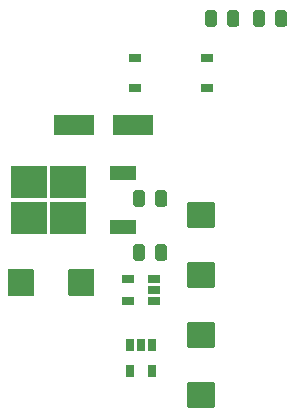
<source format=gbr>
G04 #@! TF.GenerationSoftware,KiCad,Pcbnew,5.1.5*
G04 #@! TF.CreationDate,2020-02-16T17:08:25+01:00*
G04 #@! TF.ProjectId,feuchtraumabzweigdose,66657563-6874-4726-9175-6d61627a7765,rev?*
G04 #@! TF.SameCoordinates,Original*
G04 #@! TF.FileFunction,Paste,Bot*
G04 #@! TF.FilePolarity,Positive*
%FSLAX46Y46*%
G04 Gerber Fmt 4.6, Leading zero omitted, Abs format (unit mm)*
G04 Created by KiCad (PCBNEW 5.1.5) date 2020-02-16 17:08:25*
%MOMM*%
%LPD*%
G04 APERTURE LIST*
%ADD10R,0.650000X1.060000*%
%ADD11C,0.100000*%
%ADD12R,3.500000X1.800000*%
%ADD13R,2.200000X1.200000*%
%ADD14R,3.050000X2.750000*%
%ADD15R,1.060000X0.650000*%
%ADD16R,1.000000X0.800000*%
G04 APERTURE END LIST*
D10*
X160340000Y-101770000D03*
X161290000Y-101770000D03*
X162240000Y-101770000D03*
X162240000Y-103970000D03*
X160340000Y-103970000D03*
D11*
G36*
X167319505Y-99831204D02*
G01*
X167343773Y-99834804D01*
X167367572Y-99840765D01*
X167390671Y-99849030D01*
X167412850Y-99859520D01*
X167433893Y-99872132D01*
X167453599Y-99886747D01*
X167471777Y-99903223D01*
X167488253Y-99921401D01*
X167502868Y-99941107D01*
X167515480Y-99962150D01*
X167525970Y-99984329D01*
X167534235Y-100007428D01*
X167540196Y-100031227D01*
X167543796Y-100055495D01*
X167545000Y-100079999D01*
X167545000Y-101830001D01*
X167543796Y-101854505D01*
X167540196Y-101878773D01*
X167534235Y-101902572D01*
X167525970Y-101925671D01*
X167515480Y-101947850D01*
X167502868Y-101968893D01*
X167488253Y-101988599D01*
X167471777Y-102006777D01*
X167453599Y-102023253D01*
X167433893Y-102037868D01*
X167412850Y-102050480D01*
X167390671Y-102060970D01*
X167367572Y-102069235D01*
X167343773Y-102075196D01*
X167319505Y-102078796D01*
X167295001Y-102080000D01*
X165444999Y-102080000D01*
X165420495Y-102078796D01*
X165396227Y-102075196D01*
X165372428Y-102069235D01*
X165349329Y-102060970D01*
X165327150Y-102050480D01*
X165306107Y-102037868D01*
X165286401Y-102023253D01*
X165268223Y-102006777D01*
X165251747Y-101988599D01*
X165237132Y-101968893D01*
X165224520Y-101947850D01*
X165214030Y-101925671D01*
X165205765Y-101902572D01*
X165199804Y-101878773D01*
X165196204Y-101854505D01*
X165195000Y-101830001D01*
X165195000Y-100079999D01*
X165196204Y-100055495D01*
X165199804Y-100031227D01*
X165205765Y-100007428D01*
X165214030Y-99984329D01*
X165224520Y-99962150D01*
X165237132Y-99941107D01*
X165251747Y-99921401D01*
X165268223Y-99903223D01*
X165286401Y-99886747D01*
X165306107Y-99872132D01*
X165327150Y-99859520D01*
X165349329Y-99849030D01*
X165372428Y-99840765D01*
X165396227Y-99834804D01*
X165420495Y-99831204D01*
X165444999Y-99830000D01*
X167295001Y-99830000D01*
X167319505Y-99831204D01*
G37*
G36*
X167319505Y-104931204D02*
G01*
X167343773Y-104934804D01*
X167367572Y-104940765D01*
X167390671Y-104949030D01*
X167412850Y-104959520D01*
X167433893Y-104972132D01*
X167453599Y-104986747D01*
X167471777Y-105003223D01*
X167488253Y-105021401D01*
X167502868Y-105041107D01*
X167515480Y-105062150D01*
X167525970Y-105084329D01*
X167534235Y-105107428D01*
X167540196Y-105131227D01*
X167543796Y-105155495D01*
X167545000Y-105179999D01*
X167545000Y-106930001D01*
X167543796Y-106954505D01*
X167540196Y-106978773D01*
X167534235Y-107002572D01*
X167525970Y-107025671D01*
X167515480Y-107047850D01*
X167502868Y-107068893D01*
X167488253Y-107088599D01*
X167471777Y-107106777D01*
X167453599Y-107123253D01*
X167433893Y-107137868D01*
X167412850Y-107150480D01*
X167390671Y-107160970D01*
X167367572Y-107169235D01*
X167343773Y-107175196D01*
X167319505Y-107178796D01*
X167295001Y-107180000D01*
X165444999Y-107180000D01*
X165420495Y-107178796D01*
X165396227Y-107175196D01*
X165372428Y-107169235D01*
X165349329Y-107160970D01*
X165327150Y-107150480D01*
X165306107Y-107137868D01*
X165286401Y-107123253D01*
X165268223Y-107106777D01*
X165251747Y-107088599D01*
X165237132Y-107068893D01*
X165224520Y-107047850D01*
X165214030Y-107025671D01*
X165205765Y-107002572D01*
X165199804Y-106978773D01*
X165196204Y-106954505D01*
X165195000Y-106930001D01*
X165195000Y-105179999D01*
X165196204Y-105155495D01*
X165199804Y-105131227D01*
X165205765Y-105107428D01*
X165214030Y-105084329D01*
X165224520Y-105062150D01*
X165237132Y-105041107D01*
X165251747Y-105021401D01*
X165268223Y-105003223D01*
X165286401Y-104986747D01*
X165306107Y-104972132D01*
X165327150Y-104959520D01*
X165349329Y-104949030D01*
X165372428Y-104940765D01*
X165396227Y-104934804D01*
X165420495Y-104931204D01*
X165444999Y-104930000D01*
X167295001Y-104930000D01*
X167319505Y-104931204D01*
G37*
G36*
X161382142Y-88709174D02*
G01*
X161405803Y-88712684D01*
X161429007Y-88718496D01*
X161451529Y-88726554D01*
X161473153Y-88736782D01*
X161493670Y-88749079D01*
X161512883Y-88763329D01*
X161530607Y-88779393D01*
X161546671Y-88797117D01*
X161560921Y-88816330D01*
X161573218Y-88836847D01*
X161583446Y-88858471D01*
X161591504Y-88880993D01*
X161597316Y-88904197D01*
X161600826Y-88927858D01*
X161602000Y-88951750D01*
X161602000Y-89864250D01*
X161600826Y-89888142D01*
X161597316Y-89911803D01*
X161591504Y-89935007D01*
X161583446Y-89957529D01*
X161573218Y-89979153D01*
X161560921Y-89999670D01*
X161546671Y-90018883D01*
X161530607Y-90036607D01*
X161512883Y-90052671D01*
X161493670Y-90066921D01*
X161473153Y-90079218D01*
X161451529Y-90089446D01*
X161429007Y-90097504D01*
X161405803Y-90103316D01*
X161382142Y-90106826D01*
X161358250Y-90108000D01*
X160870750Y-90108000D01*
X160846858Y-90106826D01*
X160823197Y-90103316D01*
X160799993Y-90097504D01*
X160777471Y-90089446D01*
X160755847Y-90079218D01*
X160735330Y-90066921D01*
X160716117Y-90052671D01*
X160698393Y-90036607D01*
X160682329Y-90018883D01*
X160668079Y-89999670D01*
X160655782Y-89979153D01*
X160645554Y-89957529D01*
X160637496Y-89935007D01*
X160631684Y-89911803D01*
X160628174Y-89888142D01*
X160627000Y-89864250D01*
X160627000Y-88951750D01*
X160628174Y-88927858D01*
X160631684Y-88904197D01*
X160637496Y-88880993D01*
X160645554Y-88858471D01*
X160655782Y-88836847D01*
X160668079Y-88816330D01*
X160682329Y-88797117D01*
X160698393Y-88779393D01*
X160716117Y-88763329D01*
X160735330Y-88749079D01*
X160755847Y-88736782D01*
X160777471Y-88726554D01*
X160799993Y-88718496D01*
X160823197Y-88712684D01*
X160846858Y-88709174D01*
X160870750Y-88708000D01*
X161358250Y-88708000D01*
X161382142Y-88709174D01*
G37*
G36*
X163257142Y-88709174D02*
G01*
X163280803Y-88712684D01*
X163304007Y-88718496D01*
X163326529Y-88726554D01*
X163348153Y-88736782D01*
X163368670Y-88749079D01*
X163387883Y-88763329D01*
X163405607Y-88779393D01*
X163421671Y-88797117D01*
X163435921Y-88816330D01*
X163448218Y-88836847D01*
X163458446Y-88858471D01*
X163466504Y-88880993D01*
X163472316Y-88904197D01*
X163475826Y-88927858D01*
X163477000Y-88951750D01*
X163477000Y-89864250D01*
X163475826Y-89888142D01*
X163472316Y-89911803D01*
X163466504Y-89935007D01*
X163458446Y-89957529D01*
X163448218Y-89979153D01*
X163435921Y-89999670D01*
X163421671Y-90018883D01*
X163405607Y-90036607D01*
X163387883Y-90052671D01*
X163368670Y-90066921D01*
X163348153Y-90079218D01*
X163326529Y-90089446D01*
X163304007Y-90097504D01*
X163280803Y-90103316D01*
X163257142Y-90106826D01*
X163233250Y-90108000D01*
X162745750Y-90108000D01*
X162721858Y-90106826D01*
X162698197Y-90103316D01*
X162674993Y-90097504D01*
X162652471Y-90089446D01*
X162630847Y-90079218D01*
X162610330Y-90066921D01*
X162591117Y-90052671D01*
X162573393Y-90036607D01*
X162557329Y-90018883D01*
X162543079Y-89999670D01*
X162530782Y-89979153D01*
X162520554Y-89957529D01*
X162512496Y-89935007D01*
X162506684Y-89911803D01*
X162503174Y-89888142D01*
X162502000Y-89864250D01*
X162502000Y-88951750D01*
X162503174Y-88927858D01*
X162506684Y-88904197D01*
X162512496Y-88880993D01*
X162520554Y-88858471D01*
X162530782Y-88836847D01*
X162543079Y-88816330D01*
X162557329Y-88797117D01*
X162573393Y-88779393D01*
X162591117Y-88763329D01*
X162610330Y-88749079D01*
X162630847Y-88736782D01*
X162652471Y-88726554D01*
X162674993Y-88718496D01*
X162698197Y-88712684D01*
X162721858Y-88709174D01*
X162745750Y-88708000D01*
X163233250Y-88708000D01*
X163257142Y-88709174D01*
G37*
D12*
X160615000Y-83185000D03*
X155615000Y-83185000D03*
D11*
G36*
X167319505Y-89671204D02*
G01*
X167343773Y-89674804D01*
X167367572Y-89680765D01*
X167390671Y-89689030D01*
X167412850Y-89699520D01*
X167433893Y-89712132D01*
X167453599Y-89726747D01*
X167471777Y-89743223D01*
X167488253Y-89761401D01*
X167502868Y-89781107D01*
X167515480Y-89802150D01*
X167525970Y-89824329D01*
X167534235Y-89847428D01*
X167540196Y-89871227D01*
X167543796Y-89895495D01*
X167545000Y-89919999D01*
X167545000Y-91670001D01*
X167543796Y-91694505D01*
X167540196Y-91718773D01*
X167534235Y-91742572D01*
X167525970Y-91765671D01*
X167515480Y-91787850D01*
X167502868Y-91808893D01*
X167488253Y-91828599D01*
X167471777Y-91846777D01*
X167453599Y-91863253D01*
X167433893Y-91877868D01*
X167412850Y-91890480D01*
X167390671Y-91900970D01*
X167367572Y-91909235D01*
X167343773Y-91915196D01*
X167319505Y-91918796D01*
X167295001Y-91920000D01*
X165444999Y-91920000D01*
X165420495Y-91918796D01*
X165396227Y-91915196D01*
X165372428Y-91909235D01*
X165349329Y-91900970D01*
X165327150Y-91890480D01*
X165306107Y-91877868D01*
X165286401Y-91863253D01*
X165268223Y-91846777D01*
X165251747Y-91828599D01*
X165237132Y-91808893D01*
X165224520Y-91787850D01*
X165214030Y-91765671D01*
X165205765Y-91742572D01*
X165199804Y-91718773D01*
X165196204Y-91694505D01*
X165195000Y-91670001D01*
X165195000Y-89919999D01*
X165196204Y-89895495D01*
X165199804Y-89871227D01*
X165205765Y-89847428D01*
X165214030Y-89824329D01*
X165224520Y-89802150D01*
X165237132Y-89781107D01*
X165251747Y-89761401D01*
X165268223Y-89743223D01*
X165286401Y-89726747D01*
X165306107Y-89712132D01*
X165327150Y-89699520D01*
X165349329Y-89689030D01*
X165372428Y-89680765D01*
X165396227Y-89674804D01*
X165420495Y-89671204D01*
X165444999Y-89670000D01*
X167295001Y-89670000D01*
X167319505Y-89671204D01*
G37*
G36*
X167319505Y-94771204D02*
G01*
X167343773Y-94774804D01*
X167367572Y-94780765D01*
X167390671Y-94789030D01*
X167412850Y-94799520D01*
X167433893Y-94812132D01*
X167453599Y-94826747D01*
X167471777Y-94843223D01*
X167488253Y-94861401D01*
X167502868Y-94881107D01*
X167515480Y-94902150D01*
X167525970Y-94924329D01*
X167534235Y-94947428D01*
X167540196Y-94971227D01*
X167543796Y-94995495D01*
X167545000Y-95019999D01*
X167545000Y-96770001D01*
X167543796Y-96794505D01*
X167540196Y-96818773D01*
X167534235Y-96842572D01*
X167525970Y-96865671D01*
X167515480Y-96887850D01*
X167502868Y-96908893D01*
X167488253Y-96928599D01*
X167471777Y-96946777D01*
X167453599Y-96963253D01*
X167433893Y-96977868D01*
X167412850Y-96990480D01*
X167390671Y-97000970D01*
X167367572Y-97009235D01*
X167343773Y-97015196D01*
X167319505Y-97018796D01*
X167295001Y-97020000D01*
X165444999Y-97020000D01*
X165420495Y-97018796D01*
X165396227Y-97015196D01*
X165372428Y-97009235D01*
X165349329Y-97000970D01*
X165327150Y-96990480D01*
X165306107Y-96977868D01*
X165286401Y-96963253D01*
X165268223Y-96946777D01*
X165251747Y-96928599D01*
X165237132Y-96908893D01*
X165224520Y-96887850D01*
X165214030Y-96865671D01*
X165205765Y-96842572D01*
X165199804Y-96818773D01*
X165196204Y-96794505D01*
X165195000Y-96770001D01*
X165195000Y-95019999D01*
X165196204Y-94995495D01*
X165199804Y-94971227D01*
X165205765Y-94947428D01*
X165214030Y-94924329D01*
X165224520Y-94902150D01*
X165237132Y-94881107D01*
X165251747Y-94861401D01*
X165268223Y-94843223D01*
X165286401Y-94826747D01*
X165306107Y-94812132D01*
X165327150Y-94799520D01*
X165349329Y-94789030D01*
X165372428Y-94780765D01*
X165396227Y-94774804D01*
X165420495Y-94771204D01*
X165444999Y-94770000D01*
X167295001Y-94770000D01*
X167319505Y-94771204D01*
G37*
G36*
X152019505Y-95346204D02*
G01*
X152043773Y-95349804D01*
X152067572Y-95355765D01*
X152090671Y-95364030D01*
X152112850Y-95374520D01*
X152133893Y-95387132D01*
X152153599Y-95401747D01*
X152171777Y-95418223D01*
X152188253Y-95436401D01*
X152202868Y-95456107D01*
X152215480Y-95477150D01*
X152225970Y-95499329D01*
X152234235Y-95522428D01*
X152240196Y-95546227D01*
X152243796Y-95570495D01*
X152245000Y-95594999D01*
X152245000Y-97445001D01*
X152243796Y-97469505D01*
X152240196Y-97493773D01*
X152234235Y-97517572D01*
X152225970Y-97540671D01*
X152215480Y-97562850D01*
X152202868Y-97583893D01*
X152188253Y-97603599D01*
X152171777Y-97621777D01*
X152153599Y-97638253D01*
X152133893Y-97652868D01*
X152112850Y-97665480D01*
X152090671Y-97675970D01*
X152067572Y-97684235D01*
X152043773Y-97690196D01*
X152019505Y-97693796D01*
X151995001Y-97695000D01*
X150244999Y-97695000D01*
X150220495Y-97693796D01*
X150196227Y-97690196D01*
X150172428Y-97684235D01*
X150149329Y-97675970D01*
X150127150Y-97665480D01*
X150106107Y-97652868D01*
X150086401Y-97638253D01*
X150068223Y-97621777D01*
X150051747Y-97603599D01*
X150037132Y-97583893D01*
X150024520Y-97562850D01*
X150014030Y-97540671D01*
X150005765Y-97517572D01*
X149999804Y-97493773D01*
X149996204Y-97469505D01*
X149995000Y-97445001D01*
X149995000Y-95594999D01*
X149996204Y-95570495D01*
X149999804Y-95546227D01*
X150005765Y-95522428D01*
X150014030Y-95499329D01*
X150024520Y-95477150D01*
X150037132Y-95456107D01*
X150051747Y-95436401D01*
X150068223Y-95418223D01*
X150086401Y-95401747D01*
X150106107Y-95387132D01*
X150127150Y-95374520D01*
X150149329Y-95364030D01*
X150172428Y-95355765D01*
X150196227Y-95349804D01*
X150220495Y-95346204D01*
X150244999Y-95345000D01*
X151995001Y-95345000D01*
X152019505Y-95346204D01*
G37*
G36*
X157119505Y-95346204D02*
G01*
X157143773Y-95349804D01*
X157167572Y-95355765D01*
X157190671Y-95364030D01*
X157212850Y-95374520D01*
X157233893Y-95387132D01*
X157253599Y-95401747D01*
X157271777Y-95418223D01*
X157288253Y-95436401D01*
X157302868Y-95456107D01*
X157315480Y-95477150D01*
X157325970Y-95499329D01*
X157334235Y-95522428D01*
X157340196Y-95546227D01*
X157343796Y-95570495D01*
X157345000Y-95594999D01*
X157345000Y-97445001D01*
X157343796Y-97469505D01*
X157340196Y-97493773D01*
X157334235Y-97517572D01*
X157325970Y-97540671D01*
X157315480Y-97562850D01*
X157302868Y-97583893D01*
X157288253Y-97603599D01*
X157271777Y-97621777D01*
X157253599Y-97638253D01*
X157233893Y-97652868D01*
X157212850Y-97665480D01*
X157190671Y-97675970D01*
X157167572Y-97684235D01*
X157143773Y-97690196D01*
X157119505Y-97693796D01*
X157095001Y-97695000D01*
X155344999Y-97695000D01*
X155320495Y-97693796D01*
X155296227Y-97690196D01*
X155272428Y-97684235D01*
X155249329Y-97675970D01*
X155227150Y-97665480D01*
X155206107Y-97652868D01*
X155186401Y-97638253D01*
X155168223Y-97621777D01*
X155151747Y-97603599D01*
X155137132Y-97583893D01*
X155124520Y-97562850D01*
X155114030Y-97540671D01*
X155105765Y-97517572D01*
X155099804Y-97493773D01*
X155096204Y-97469505D01*
X155095000Y-97445001D01*
X155095000Y-95594999D01*
X155096204Y-95570495D01*
X155099804Y-95546227D01*
X155105765Y-95522428D01*
X155114030Y-95499329D01*
X155124520Y-95477150D01*
X155137132Y-95456107D01*
X155151747Y-95436401D01*
X155168223Y-95418223D01*
X155186401Y-95401747D01*
X155206107Y-95387132D01*
X155227150Y-95374520D01*
X155249329Y-95364030D01*
X155272428Y-95355765D01*
X155296227Y-95349804D01*
X155320495Y-95346204D01*
X155344999Y-95345000D01*
X157095001Y-95345000D01*
X157119505Y-95346204D01*
G37*
D13*
X159775000Y-87255000D03*
X159775000Y-91815000D03*
D14*
X151800000Y-91060000D03*
X155150000Y-88010000D03*
X151800000Y-88010000D03*
X155150000Y-91060000D03*
D11*
G36*
X167478142Y-73469174D02*
G01*
X167501803Y-73472684D01*
X167525007Y-73478496D01*
X167547529Y-73486554D01*
X167569153Y-73496782D01*
X167589670Y-73509079D01*
X167608883Y-73523329D01*
X167626607Y-73539393D01*
X167642671Y-73557117D01*
X167656921Y-73576330D01*
X167669218Y-73596847D01*
X167679446Y-73618471D01*
X167687504Y-73640993D01*
X167693316Y-73664197D01*
X167696826Y-73687858D01*
X167698000Y-73711750D01*
X167698000Y-74624250D01*
X167696826Y-74648142D01*
X167693316Y-74671803D01*
X167687504Y-74695007D01*
X167679446Y-74717529D01*
X167669218Y-74739153D01*
X167656921Y-74759670D01*
X167642671Y-74778883D01*
X167626607Y-74796607D01*
X167608883Y-74812671D01*
X167589670Y-74826921D01*
X167569153Y-74839218D01*
X167547529Y-74849446D01*
X167525007Y-74857504D01*
X167501803Y-74863316D01*
X167478142Y-74866826D01*
X167454250Y-74868000D01*
X166966750Y-74868000D01*
X166942858Y-74866826D01*
X166919197Y-74863316D01*
X166895993Y-74857504D01*
X166873471Y-74849446D01*
X166851847Y-74839218D01*
X166831330Y-74826921D01*
X166812117Y-74812671D01*
X166794393Y-74796607D01*
X166778329Y-74778883D01*
X166764079Y-74759670D01*
X166751782Y-74739153D01*
X166741554Y-74717529D01*
X166733496Y-74695007D01*
X166727684Y-74671803D01*
X166724174Y-74648142D01*
X166723000Y-74624250D01*
X166723000Y-73711750D01*
X166724174Y-73687858D01*
X166727684Y-73664197D01*
X166733496Y-73640993D01*
X166741554Y-73618471D01*
X166751782Y-73596847D01*
X166764079Y-73576330D01*
X166778329Y-73557117D01*
X166794393Y-73539393D01*
X166812117Y-73523329D01*
X166831330Y-73509079D01*
X166851847Y-73496782D01*
X166873471Y-73486554D01*
X166895993Y-73478496D01*
X166919197Y-73472684D01*
X166942858Y-73469174D01*
X166966750Y-73468000D01*
X167454250Y-73468000D01*
X167478142Y-73469174D01*
G37*
G36*
X169353142Y-73469174D02*
G01*
X169376803Y-73472684D01*
X169400007Y-73478496D01*
X169422529Y-73486554D01*
X169444153Y-73496782D01*
X169464670Y-73509079D01*
X169483883Y-73523329D01*
X169501607Y-73539393D01*
X169517671Y-73557117D01*
X169531921Y-73576330D01*
X169544218Y-73596847D01*
X169554446Y-73618471D01*
X169562504Y-73640993D01*
X169568316Y-73664197D01*
X169571826Y-73687858D01*
X169573000Y-73711750D01*
X169573000Y-74624250D01*
X169571826Y-74648142D01*
X169568316Y-74671803D01*
X169562504Y-74695007D01*
X169554446Y-74717529D01*
X169544218Y-74739153D01*
X169531921Y-74759670D01*
X169517671Y-74778883D01*
X169501607Y-74796607D01*
X169483883Y-74812671D01*
X169464670Y-74826921D01*
X169444153Y-74839218D01*
X169422529Y-74849446D01*
X169400007Y-74857504D01*
X169376803Y-74863316D01*
X169353142Y-74866826D01*
X169329250Y-74868000D01*
X168841750Y-74868000D01*
X168817858Y-74866826D01*
X168794197Y-74863316D01*
X168770993Y-74857504D01*
X168748471Y-74849446D01*
X168726847Y-74839218D01*
X168706330Y-74826921D01*
X168687117Y-74812671D01*
X168669393Y-74796607D01*
X168653329Y-74778883D01*
X168639079Y-74759670D01*
X168626782Y-74739153D01*
X168616554Y-74717529D01*
X168608496Y-74695007D01*
X168602684Y-74671803D01*
X168599174Y-74648142D01*
X168598000Y-74624250D01*
X168598000Y-73711750D01*
X168599174Y-73687858D01*
X168602684Y-73664197D01*
X168608496Y-73640993D01*
X168616554Y-73618471D01*
X168626782Y-73596847D01*
X168639079Y-73576330D01*
X168653329Y-73557117D01*
X168669393Y-73539393D01*
X168687117Y-73523329D01*
X168706330Y-73509079D01*
X168726847Y-73496782D01*
X168748471Y-73486554D01*
X168770993Y-73478496D01*
X168794197Y-73472684D01*
X168817858Y-73469174D01*
X168841750Y-73468000D01*
X169329250Y-73468000D01*
X169353142Y-73469174D01*
G37*
G36*
X171542142Y-73469174D02*
G01*
X171565803Y-73472684D01*
X171589007Y-73478496D01*
X171611529Y-73486554D01*
X171633153Y-73496782D01*
X171653670Y-73509079D01*
X171672883Y-73523329D01*
X171690607Y-73539393D01*
X171706671Y-73557117D01*
X171720921Y-73576330D01*
X171733218Y-73596847D01*
X171743446Y-73618471D01*
X171751504Y-73640993D01*
X171757316Y-73664197D01*
X171760826Y-73687858D01*
X171762000Y-73711750D01*
X171762000Y-74624250D01*
X171760826Y-74648142D01*
X171757316Y-74671803D01*
X171751504Y-74695007D01*
X171743446Y-74717529D01*
X171733218Y-74739153D01*
X171720921Y-74759670D01*
X171706671Y-74778883D01*
X171690607Y-74796607D01*
X171672883Y-74812671D01*
X171653670Y-74826921D01*
X171633153Y-74839218D01*
X171611529Y-74849446D01*
X171589007Y-74857504D01*
X171565803Y-74863316D01*
X171542142Y-74866826D01*
X171518250Y-74868000D01*
X171030750Y-74868000D01*
X171006858Y-74866826D01*
X170983197Y-74863316D01*
X170959993Y-74857504D01*
X170937471Y-74849446D01*
X170915847Y-74839218D01*
X170895330Y-74826921D01*
X170876117Y-74812671D01*
X170858393Y-74796607D01*
X170842329Y-74778883D01*
X170828079Y-74759670D01*
X170815782Y-74739153D01*
X170805554Y-74717529D01*
X170797496Y-74695007D01*
X170791684Y-74671803D01*
X170788174Y-74648142D01*
X170787000Y-74624250D01*
X170787000Y-73711750D01*
X170788174Y-73687858D01*
X170791684Y-73664197D01*
X170797496Y-73640993D01*
X170805554Y-73618471D01*
X170815782Y-73596847D01*
X170828079Y-73576330D01*
X170842329Y-73557117D01*
X170858393Y-73539393D01*
X170876117Y-73523329D01*
X170895330Y-73509079D01*
X170915847Y-73496782D01*
X170937471Y-73486554D01*
X170959993Y-73478496D01*
X170983197Y-73472684D01*
X171006858Y-73469174D01*
X171030750Y-73468000D01*
X171518250Y-73468000D01*
X171542142Y-73469174D01*
G37*
G36*
X173417142Y-73469174D02*
G01*
X173440803Y-73472684D01*
X173464007Y-73478496D01*
X173486529Y-73486554D01*
X173508153Y-73496782D01*
X173528670Y-73509079D01*
X173547883Y-73523329D01*
X173565607Y-73539393D01*
X173581671Y-73557117D01*
X173595921Y-73576330D01*
X173608218Y-73596847D01*
X173618446Y-73618471D01*
X173626504Y-73640993D01*
X173632316Y-73664197D01*
X173635826Y-73687858D01*
X173637000Y-73711750D01*
X173637000Y-74624250D01*
X173635826Y-74648142D01*
X173632316Y-74671803D01*
X173626504Y-74695007D01*
X173618446Y-74717529D01*
X173608218Y-74739153D01*
X173595921Y-74759670D01*
X173581671Y-74778883D01*
X173565607Y-74796607D01*
X173547883Y-74812671D01*
X173528670Y-74826921D01*
X173508153Y-74839218D01*
X173486529Y-74849446D01*
X173464007Y-74857504D01*
X173440803Y-74863316D01*
X173417142Y-74866826D01*
X173393250Y-74868000D01*
X172905750Y-74868000D01*
X172881858Y-74866826D01*
X172858197Y-74863316D01*
X172834993Y-74857504D01*
X172812471Y-74849446D01*
X172790847Y-74839218D01*
X172770330Y-74826921D01*
X172751117Y-74812671D01*
X172733393Y-74796607D01*
X172717329Y-74778883D01*
X172703079Y-74759670D01*
X172690782Y-74739153D01*
X172680554Y-74717529D01*
X172672496Y-74695007D01*
X172666684Y-74671803D01*
X172663174Y-74648142D01*
X172662000Y-74624250D01*
X172662000Y-73711750D01*
X172663174Y-73687858D01*
X172666684Y-73664197D01*
X172672496Y-73640993D01*
X172680554Y-73618471D01*
X172690782Y-73596847D01*
X172703079Y-73576330D01*
X172717329Y-73557117D01*
X172733393Y-73539393D01*
X172751117Y-73523329D01*
X172770330Y-73509079D01*
X172790847Y-73496782D01*
X172812471Y-73486554D01*
X172834993Y-73478496D01*
X172858197Y-73472684D01*
X172881858Y-73469174D01*
X172905750Y-73468000D01*
X173393250Y-73468000D01*
X173417142Y-73469174D01*
G37*
G36*
X163257142Y-93281174D02*
G01*
X163280803Y-93284684D01*
X163304007Y-93290496D01*
X163326529Y-93298554D01*
X163348153Y-93308782D01*
X163368670Y-93321079D01*
X163387883Y-93335329D01*
X163405607Y-93351393D01*
X163421671Y-93369117D01*
X163435921Y-93388330D01*
X163448218Y-93408847D01*
X163458446Y-93430471D01*
X163466504Y-93452993D01*
X163472316Y-93476197D01*
X163475826Y-93499858D01*
X163477000Y-93523750D01*
X163477000Y-94436250D01*
X163475826Y-94460142D01*
X163472316Y-94483803D01*
X163466504Y-94507007D01*
X163458446Y-94529529D01*
X163448218Y-94551153D01*
X163435921Y-94571670D01*
X163421671Y-94590883D01*
X163405607Y-94608607D01*
X163387883Y-94624671D01*
X163368670Y-94638921D01*
X163348153Y-94651218D01*
X163326529Y-94661446D01*
X163304007Y-94669504D01*
X163280803Y-94675316D01*
X163257142Y-94678826D01*
X163233250Y-94680000D01*
X162745750Y-94680000D01*
X162721858Y-94678826D01*
X162698197Y-94675316D01*
X162674993Y-94669504D01*
X162652471Y-94661446D01*
X162630847Y-94651218D01*
X162610330Y-94638921D01*
X162591117Y-94624671D01*
X162573393Y-94608607D01*
X162557329Y-94590883D01*
X162543079Y-94571670D01*
X162530782Y-94551153D01*
X162520554Y-94529529D01*
X162512496Y-94507007D01*
X162506684Y-94483803D01*
X162503174Y-94460142D01*
X162502000Y-94436250D01*
X162502000Y-93523750D01*
X162503174Y-93499858D01*
X162506684Y-93476197D01*
X162512496Y-93452993D01*
X162520554Y-93430471D01*
X162530782Y-93408847D01*
X162543079Y-93388330D01*
X162557329Y-93369117D01*
X162573393Y-93351393D01*
X162591117Y-93335329D01*
X162610330Y-93321079D01*
X162630847Y-93308782D01*
X162652471Y-93298554D01*
X162674993Y-93290496D01*
X162698197Y-93284684D01*
X162721858Y-93281174D01*
X162745750Y-93280000D01*
X163233250Y-93280000D01*
X163257142Y-93281174D01*
G37*
G36*
X161382142Y-93281174D02*
G01*
X161405803Y-93284684D01*
X161429007Y-93290496D01*
X161451529Y-93298554D01*
X161473153Y-93308782D01*
X161493670Y-93321079D01*
X161512883Y-93335329D01*
X161530607Y-93351393D01*
X161546671Y-93369117D01*
X161560921Y-93388330D01*
X161573218Y-93408847D01*
X161583446Y-93430471D01*
X161591504Y-93452993D01*
X161597316Y-93476197D01*
X161600826Y-93499858D01*
X161602000Y-93523750D01*
X161602000Y-94436250D01*
X161600826Y-94460142D01*
X161597316Y-94483803D01*
X161591504Y-94507007D01*
X161583446Y-94529529D01*
X161573218Y-94551153D01*
X161560921Y-94571670D01*
X161546671Y-94590883D01*
X161530607Y-94608607D01*
X161512883Y-94624671D01*
X161493670Y-94638921D01*
X161473153Y-94651218D01*
X161451529Y-94661446D01*
X161429007Y-94669504D01*
X161405803Y-94675316D01*
X161382142Y-94678826D01*
X161358250Y-94680000D01*
X160870750Y-94680000D01*
X160846858Y-94678826D01*
X160823197Y-94675316D01*
X160799993Y-94669504D01*
X160777471Y-94661446D01*
X160755847Y-94651218D01*
X160735330Y-94638921D01*
X160716117Y-94624671D01*
X160698393Y-94608607D01*
X160682329Y-94590883D01*
X160668079Y-94571670D01*
X160655782Y-94551153D01*
X160645554Y-94529529D01*
X160637496Y-94507007D01*
X160631684Y-94483803D01*
X160628174Y-94460142D01*
X160627000Y-94436250D01*
X160627000Y-93523750D01*
X160628174Y-93499858D01*
X160631684Y-93476197D01*
X160637496Y-93452993D01*
X160645554Y-93430471D01*
X160655782Y-93408847D01*
X160668079Y-93388330D01*
X160682329Y-93369117D01*
X160698393Y-93351393D01*
X160716117Y-93335329D01*
X160735330Y-93321079D01*
X160755847Y-93308782D01*
X160777471Y-93298554D01*
X160799993Y-93290496D01*
X160823197Y-93284684D01*
X160846858Y-93281174D01*
X160870750Y-93280000D01*
X161358250Y-93280000D01*
X161382142Y-93281174D01*
G37*
D15*
X160190000Y-96205000D03*
X160190000Y-98105000D03*
X162390000Y-98105000D03*
X162390000Y-97155000D03*
X162390000Y-96205000D03*
D16*
X160755000Y-77470000D03*
X160755000Y-80010000D03*
X166905000Y-80010000D03*
X166905000Y-77470000D03*
M02*

</source>
